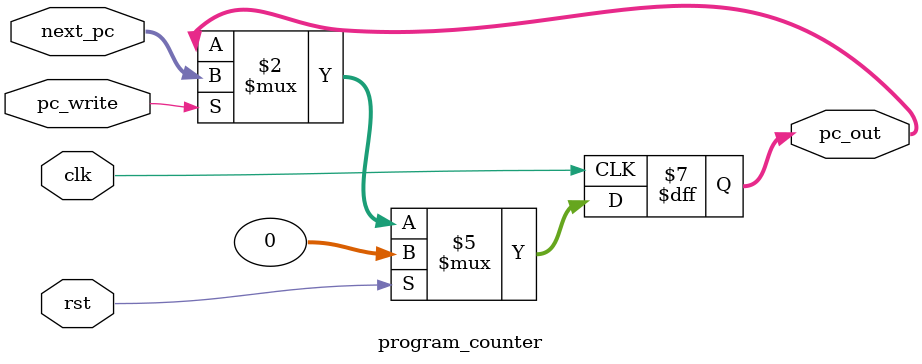
<source format=v>
module program_counter(
    input clk,
    input rst,
    input pc_write,
    input [31:0] next_pc,
    output reg [31:0] pc_out
);
always @(posedge clk) begin
    if (rst)
        pc_out <= 32'b0;
    else if (pc_write)
        pc_out <= next_pc;
end
endmodule

</source>
